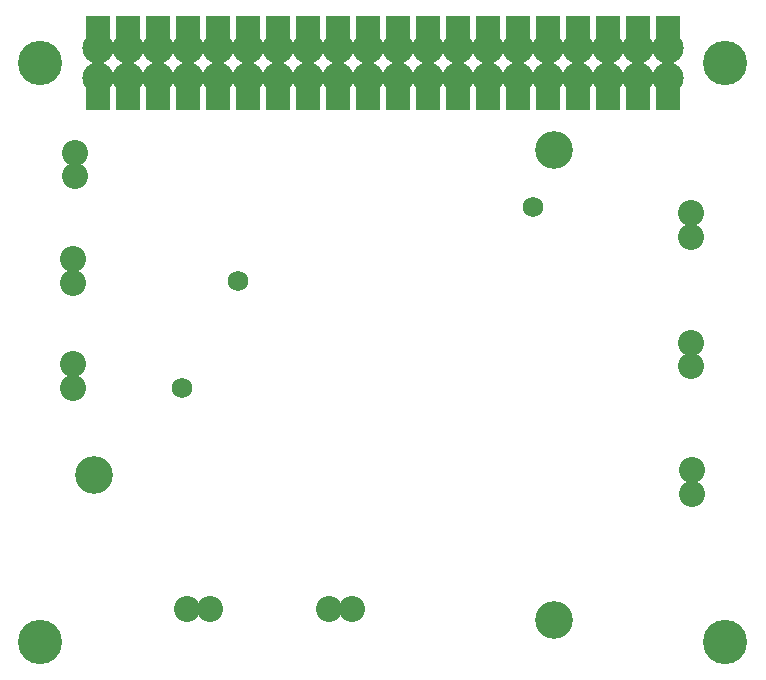
<source format=gbr>
G04 EAGLE Gerber RS-274X export*
G75*
%MOMM*%
%FSLAX34Y34*%
%LPD*%
%INSoldermask Bottom*%
%IPPOS*%
%AMOC8*
5,1,8,0,0,1.08239X$1,22.5*%
G01*
%ADD10C,3.750000*%
%ADD11C,3.200000*%
%ADD12C,2.650000*%
%ADD13R,2.000000X2.800000*%
%ADD14C,2.208000*%
%ADD15C,1.756400*%


D10*
X35000Y35000D03*
X35000Y525000D03*
X615000Y525000D03*
X615000Y35000D03*
D11*
X80000Y175900D03*
X470000Y53500D03*
X470000Y451500D03*
D12*
X109100Y537700D03*
X83700Y512300D03*
X83700Y537700D03*
X109100Y512300D03*
X134500Y512300D03*
X134500Y537700D03*
X159900Y512300D03*
X159900Y537700D03*
X185300Y512300D03*
X185300Y537700D03*
X210700Y512300D03*
X210700Y537700D03*
X236100Y512300D03*
X236100Y537700D03*
X261500Y512300D03*
X261500Y537700D03*
X286900Y512300D03*
X286900Y537700D03*
X312300Y512300D03*
X312300Y537700D03*
X337700Y512300D03*
X337700Y537700D03*
X363100Y512300D03*
X363100Y537700D03*
X388500Y512300D03*
X388500Y537700D03*
X413900Y512300D03*
X413900Y537700D03*
X439300Y512300D03*
X439300Y537700D03*
X464700Y512300D03*
X464700Y537700D03*
X490100Y512300D03*
X490100Y537700D03*
X515500Y512300D03*
X515500Y537700D03*
X540900Y512300D03*
X540900Y537700D03*
X566300Y512300D03*
X566300Y537700D03*
D13*
X83700Y551000D03*
X83700Y499000D03*
X109100Y499000D03*
X109100Y551000D03*
X134500Y499000D03*
X134500Y551000D03*
X159900Y499000D03*
X159900Y551000D03*
X185300Y499000D03*
X185300Y551000D03*
X210700Y499000D03*
X210700Y551000D03*
X236100Y499000D03*
X236100Y551000D03*
X261500Y499000D03*
X261500Y551000D03*
X286900Y499000D03*
X286900Y551000D03*
X312300Y499000D03*
X312300Y551000D03*
X337700Y499000D03*
X337700Y551000D03*
X363100Y499000D03*
X363100Y551000D03*
X388500Y499000D03*
X388500Y551000D03*
X413900Y499000D03*
X413900Y551000D03*
X439300Y499000D03*
X439300Y551000D03*
X464700Y499000D03*
X464700Y551000D03*
X490100Y499000D03*
X490100Y551000D03*
X515500Y499000D03*
X515500Y551000D03*
X540900Y499000D03*
X540900Y551000D03*
X566300Y499000D03*
X566300Y551000D03*
D14*
X179000Y63000D03*
X159000Y63000D03*
X299000Y63000D03*
X279000Y63000D03*
X586000Y398000D03*
X586000Y378000D03*
X586000Y288000D03*
X586000Y268000D03*
X587000Y180000D03*
X587000Y160000D03*
X63000Y250000D03*
X63000Y270000D03*
X63000Y339000D03*
X63000Y359000D03*
X64000Y429000D03*
X64000Y449000D03*
D15*
X155000Y250000D03*
X452000Y403000D03*
X202000Y340000D03*
M02*

</source>
